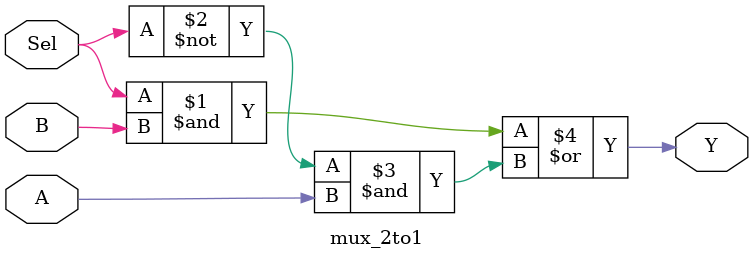
<source format=v>
module mux_2to1 (
    input A, B, Sel,
    output Y
);

    assign Y = (Sel & B) | (~Sel & A);

endmodule
</source>
